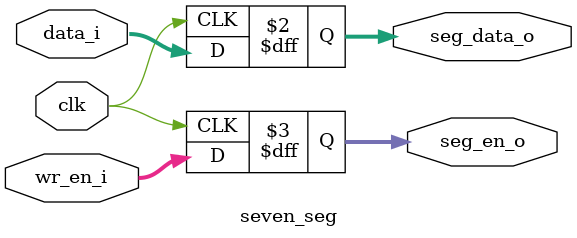
<source format=v>
module seven_seg( 
	input[7:0] data_i,
	input[SEG_CNT-1:0] wr_en_i,
	input clk,
	
	output reg[7:0] seg_data_o,
	output reg[SEG_CNT-1:0] seg_en_o
);

parameter SEG_CNT = 4;

always @(posedge clk)
begin
	seg_en_o <= wr_en_i;
	seg_data_o <= data_i;
end

endmodule
</source>
